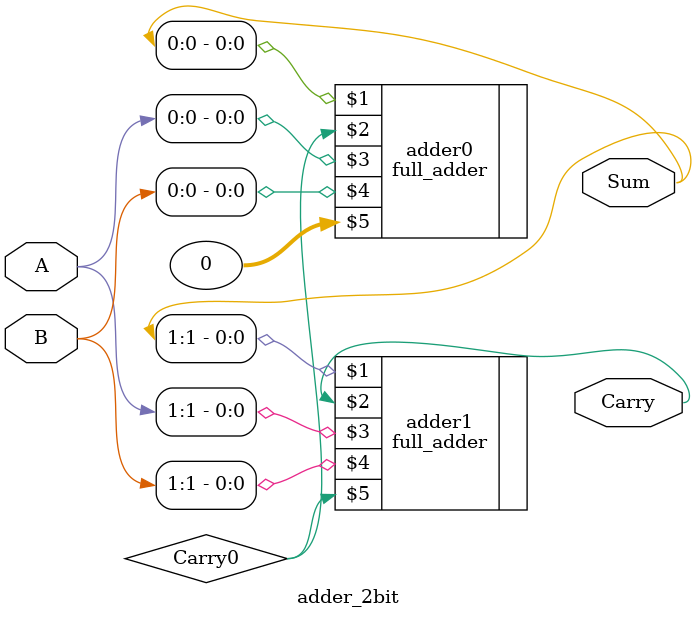
<source format=v>
`timescale 1ns / 1ps

module adder_2bit(Carry, Sum, A, B);

output wire [1:0] Sum;
output wire Carry;
input wire [1:0] A, B;
wire Carry0;
full_adder adder0(Sum[0], Carry0, A[0], B[0], 0);
full_adder adder1(Sum[1], Carry, A[1], B[1], Carry0);

endmodule
</source>
